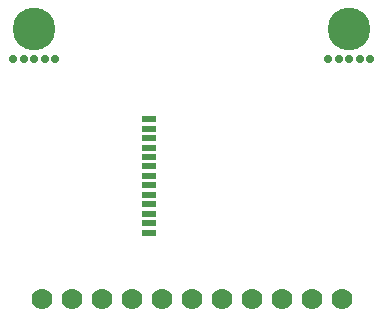
<source format=gbr>
G04 EAGLE Gerber RS-274X export*
G75*
%MOMM*%
%FSLAX34Y34*%
%LPD*%
%INSoldermask Bottom*%
%IPPOS*%
%AMOC8*
5,1,8,0,0,1.08239X$1,22.5*%
G01*
%ADD10C,0.701600*%
%ADD11R,1.301600X0.501600*%
%ADD12C,1.778000*%
%ADD13C,3.617600*%


D10*
X27940Y139700D03*
X19050Y139700D03*
X10160Y139700D03*
X1270Y139700D03*
X-7620Y139700D03*
X294640Y139700D03*
X285750Y139700D03*
X276860Y139700D03*
X267970Y139700D03*
X259080Y139700D03*
D11*
X107620Y-7360D03*
X107620Y640D03*
X107620Y8640D03*
X107620Y16640D03*
X107620Y24640D03*
X107620Y32640D03*
X107620Y40640D03*
X107620Y48640D03*
X107620Y56640D03*
X107620Y64640D03*
X107620Y72640D03*
X107620Y80640D03*
X107620Y88640D03*
D12*
X270510Y-63500D03*
X245110Y-63500D03*
X219710Y-63500D03*
X194310Y-63500D03*
X168910Y-63500D03*
X143510Y-63500D03*
X118110Y-63500D03*
X92710Y-63500D03*
X67310Y-63500D03*
X41910Y-63500D03*
X16510Y-63500D03*
D13*
X10160Y165100D03*
X276860Y165100D03*
M02*

</source>
